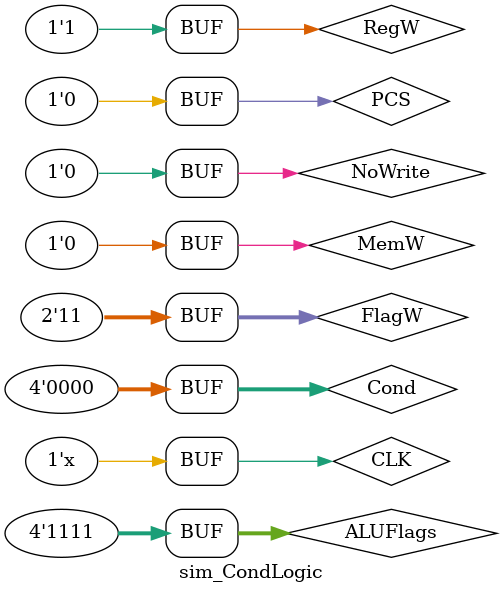
<source format=v>
`timescale 1ns / 1ps


module sim_CondLogic(

    );
    
    reg CLK = 0;
    reg PCS = 0;
    reg RegW = 0;
    reg NoWrite = 0; 
    reg MemW = 0;
    reg [1:0] FlagW = 0;
    reg [3:0] Cond = 0;
    reg [3:0] ALUFlags = 0;
    wire PCSrc ;
    wire RegWrite ;
    wire MemWrite ;
    
    CondLogic dut(CLK, PCS, RegW, NoWrite, MemW, FlagW, Cond, ALUFlags, PCSrc, RegWrite, MemWrite);
    
    initial begin
        #5; // for a STR instruc
        PCS = 0;
        RegW = 0;
        NoWrite = 0;
        MemW = 1;
        FlagW = 2'b0;
        Cond = 4'b1110;
        ALUFlags = 4'b0;
        #10;
        // for ADDEQS instruc
        PCS = 0;
        RegW = 1;
        NoWrite = 0;
        MemW = 0;
        FlagW = 2'b11;
        Cond = 4'b0000;
        ALUFlags = 4'b1111;
    end
    
    always begin
       #5 CLK = ~CLK ; // invert clk every 5 time units 
    end
    
    
    
    
endmodule

</source>
